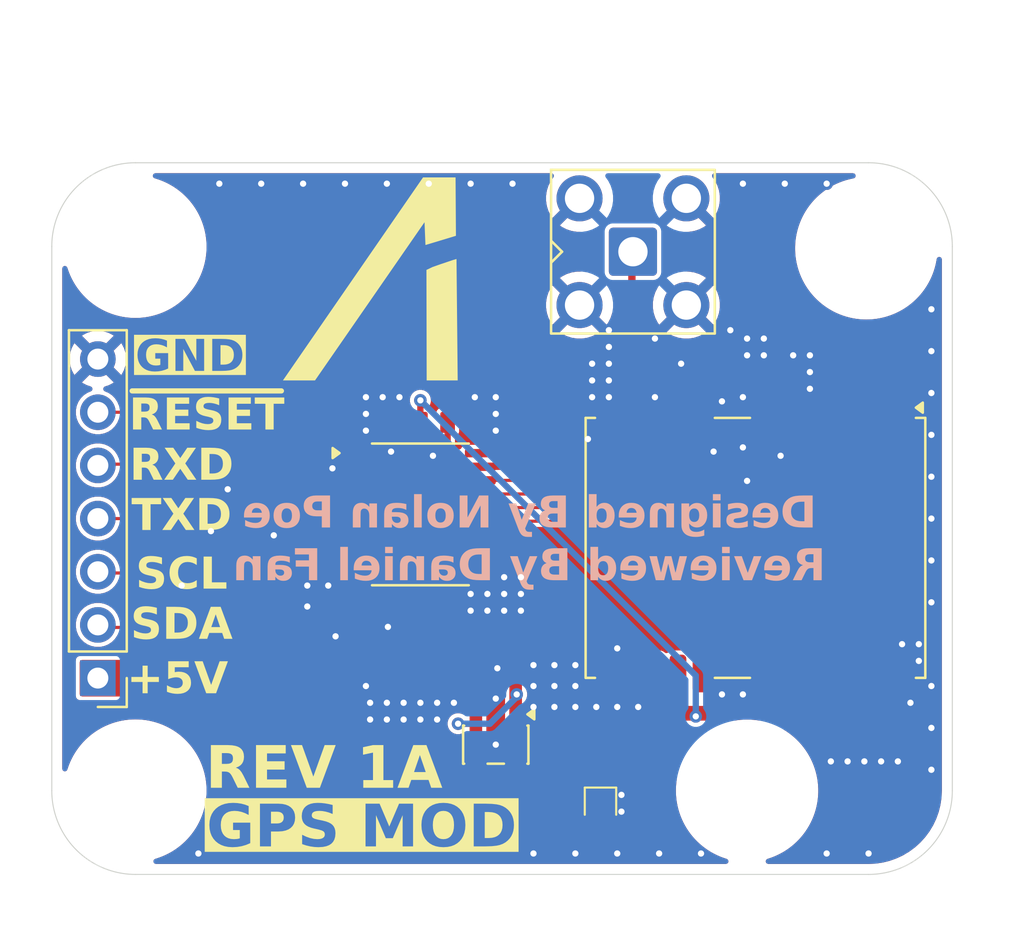
<source format=kicad_pcb>
(kicad_pcb (version 20241229) (generator "pcbnew") (generator_version "9.0")
  (title_block (title "GPS Module") (date "2026-01-18") (rev "1A") (company "Aggie Propulsion and Rocketry Lab") (comment 1 "Drawn by: Nolan Poe") (comment 2 "Checked by: Daniel Fan"))
  (layers (0 "F.Cu" signal) (4 "In1.Cu" signal) (6 "In2.Cu" signal) (2 "B.Cu" signal) (13 "F.Paste" user) (15 "B.Paste" user) (5 "F.SilkS" user "F.Silkscreen") (7 "B.SilkS" user "B.Silkscreen") (1 "F.Mask" user) (3 "B.Mask" user) (25 "Edge.Cuts" user))
  (net 0 "")
  (net 1 "Net-(U3-VDD_RF)")
  (net 2 "GND")
  (net 3 "+2.8V")
  (net 4 "+3.3V")
  (net 5 "+5V")
  (net 6 "Net-(D1-A)")
  (net 7 "Net-(J1-In)")
  (net 8 "Net-(J2-Pin_5)")
  (net 9 "Net-(J2-Pin_6)")
  (net 10 "Net-(J2-Pin_3)")
  (net 11 "Net-(J2-Pin_4)")
  (net 12 "Net-(J2-Pin_2)")
  (net 30 "/~{RESET}")
  (net 31 "/RXD")
  (net 32 "/I2C_SDA")
  (net 33 "/TXD")
  (net 34 "/I2C_SCL")
  (net 35 "Net-(J2-Pin_1)")
  (footprint "APRLPrints:C_0805" (layer "F.Cu") (at 138.4 115.6 -90)
    (property "Reference" "C14" (hide yes))
    (property "Value" "22uF")
    (pad "1" smd roundrect (at -0.9 0 270) (size 0.9 1.4) (layers "F.Cu" "F.Mask" "F.Paste") (roundrect_rratio 0.15) (net 5 "+5V"))
    (pad "2" smd roundrect (at 0.9 0 270) (size 0.9 1.4) (layers "F.Cu" "F.Mask" "F.Paste") (roundrect_rratio 0.15) (net 2 "GND"))
  )
  (footprint "APRLPrints:C_0805" (layer "F.Cu") (at 148.2 119.4 90)
    (property "Reference" "C12" (hide yes))
    (property "Value" "22uF")
    (pad "1" smd roundrect (at -0.9 0 90) (size 0.9 1.4) (layers "F.Cu" "F.Mask" "F.Paste") (roundrect_rratio 0.15) (net 4 "+3.3V"))
    (pad "2" smd roundrect (at 0.9 0 90) (size 0.9 1.4) (layers "F.Cu" "F.Mask" "F.Paste") (roundrect_rratio 0.15) (net 2 "GND"))
  )
  (footprint "Package_TO_SOT_SMD:SOT-23-5" (layer "F.Cu") (at 141.4 119.4 -90)
    (property "Reference" "U101" (hide yes))
    (property "Value" "AP2112K-3.3")
    (fp_line (start -0.91 1.56) (end -0.91 1.51) (stroke (width 0.12)) (layer "F.SilkS"))
    (fp_line (start 0.91 1.56) (end -0.91 1.56) (stroke (width 0.12)) (layer "F.SilkS"))
    (fp_line (start 0.91 1.51) (end 0.91 1.56) (stroke (width 0.12)) (layer "F.SilkS"))
    (fp_line (start 0.91 -0.39) (end 0.91 0.39) (stroke (width 0.12)) (layer "F.SilkS"))
    (fp_line (start -0.91 -1.51) (end -0.91 -1.56) (stroke (width 0.12)) (layer "F.SilkS"))
    (fp_line (start -0.91 -1.56) (end 0.91 -1.56) (stroke (width 0.12)) (layer "F.SilkS"))
    (fp_line (start 0.91 -1.56) (end 0.91 -1.51) (stroke (width 0.12)) (layer "F.SilkS"))
    (fp_poly (pts (xy -1.45 -1.51) (xy -1.69 -1.84) (xy -1.21 -1.84)) (stroke (width 0.12)) (fill yes) (layer "F.SilkS"))
    (pad "1" smd roundrect (at -1.1375 -0.95 270) (size 1.325 0.6) (layers "F.Cu" "F.Mask" "F.Paste") (net 5 "+5V"))
    (pad "2" smd roundrect (at -1.1375 0 270) (size 1.325 0.6) (layers "F.Cu" "F.Mask" "F.Paste") (net 2 "GND"))
    (pad "3" smd roundrect (at -1.1375 0.95 270) (size 1.325 0.6) (layers "F.Cu" "F.Mask" "F.Paste") (net 5 "+5V"))
    (pad "4" smd roundrect (at 1.1375 0.95 270) (size 1.325 0.6) (layers "F.Cu" "F.Mask" "F.Paste"))
    (pad "5" smd roundrect (at 1.1375 -0.95 270) (size 1.325 0.6) (layers "F.Cu" "F.Mask" "F.Paste") (net 4 "+3.3V"))
  )
  (footprint "MountingHole:MountingHole_3.2mm_M3" (layer "F.Cu") (at 124.2 121.6)
    (property "Reference" "H3" (hide yes))
    (property "Value" "MountingHole")
    (pad "" np_thru_hole circle (at 0 0) (size 3.2 3.2) (drill 3.2) (layers "*.Cu" "*.Mask"))
  )
  (footprint "APRLPrints:C_0603" (layer "F.Cu") (at 137.1 104 180)
    (property "Reference" "C16" (hide yes))
    (property "Value" "100nF")
    (pad "1" smd roundrect (at -0.7 0 180) (size 0.7 1) (layers "F.Cu" "F.Mask" "F.Paste") (roundrect_rratio 0.15) (net 4 "+3.3V"))
    (pad "2" smd roundrect (at 0.7 0 180) (size 0.7 1) (layers "F.Cu" "F.Mask" "F.Paste") (roundrect_rratio 0.15) (net 2 "GND"))
  )
  (footprint "libgps:SMA_BAT_Wireless_BWSMA-KWE-Z001" (layer "F.Cu") (at 147.95 95.85)
    (property "Reference" "J1" (hide yes))
    (property "Value" "SMA")
    (fp_line (start -3.885 0.5) (end -3.385 0) (stroke (width 0.12)) (layer "F.SilkS"))
    (fp_line (start -3.385 0) (end -3.885 -0.5) (stroke (width 0.12)) (layer "F.SilkS"))
    (fp_rect (start -3.91 -3.91) (end 3.91 3.91) (stroke (width 0.12)) (fill no) (layer "F.SilkS"))
    (pad "1" thru_hole roundrect (at 0 0) (size 2.3 2.3) (drill 1.4) (layers "*.Cu" "*.Mask") (roundrect_rratio 0.087) (net 7 "Net-(J1-In)"))
    (pad "2" thru_hole circle (at -2.55 -2.55) (size 2.2 2.2) (drill 1.4) (layers "*.Cu" "*.Mask") (net 2 "GND"))
    (pad "2" thru_hole circle (at -2.55 2.55) (size 2.2 2.2) (drill 1.4) (layers "*.Cu" "*.Mask") (net 2 "GND"))
    (pad "2" thru_hole circle (at 2.55 -2.55) (size 2.2 2.2) (drill 1.4) (layers "*.Cu" "*.Mask") (net 2 "GND"))
    (pad "2" thru_hole circle (at 2.55 2.55) (size 2.2 2.2) (drill 1.4) (layers "*.Cu" "*.Mask") (net 2 "GND"))
  )
  (footprint "APRLPrints:C_0805" (layer "F.Cu") (at 144.15 119.4 90)
    (property "Reference" "C10" (hide yes))
    (property "Value" "22uF")
    (pad "1" smd roundrect (at -0.9 0 90) (size 0.9 1.4) (layers "F.Cu" "F.Mask" "F.Paste") (roundrect_rratio 0.15) (net 4 "+3.3V"))
    (pad "2" smd roundrect (at 0.9 0 90) (size 0.9 1.4) (layers "F.Cu" "F.Mask" "F.Paste") (roundrect_rratio 0.15) (net 2 "GND"))
  )
  (footprint "APRLPrints:C_0603" (layer "F.Cu") (at 150.95 101.35 90)
    (property "Reference" "C1" (hide yes))
    (property "Value" "100pF")
    (pad "1" smd roundrect (at -0.7 0 90) (size 0.7 1) (layers "F.Cu" "F.Mask" "F.Paste") (roundrect_rratio 0.15) (net 1 "Net-(U3-VDD_RF)"))
    (pad "2" smd roundrect (at 0.7 0 90) (size 0.7 1) (layers "F.Cu" "F.Mask" "F.Paste") (roundrect_rratio 0.15) (net 2 "GND"))
  )
  (footprint "APRLPrints:C_0805" (layer "F.Cu") (at 146.15 119.4 90)
    (property "Reference" "C11" (hide yes))
    (property "Value" "22uF")
    (pad "1" smd roundrect (at -0.9 0 90) (size 0.9 1.4) (layers "F.Cu" "F.Mask" "F.Paste") (roundrect_rratio 0.15) (net 4 "+3.3V"))
    (pad "2" smd roundrect (at 0.9 0 90) (size 0.9 1.4) (layers "F.Cu" "F.Mask" "F.Paste") (roundrect_rratio 0.15) (net 2 "GND"))
  )
  (footprint "APRLPrints:Fuse_0805_2012Metric" (layer "F.Cu") (at 130.6 116.2 180)
    (property "Reference" "F1" (hide yes))
    (property "Value" "100mA hold")
    (pad "1" smd roundrect (at -1.1 0 180) (size 1 1.5) (layers "F.Cu" "F.Mask" "F.Paste") (net 5 "+5V"))
    (pad "2" smd roundrect (at 1.1 0 180) (size 1 1.5) (layers "F.Cu" "F.Mask" "F.Paste") (net 35 "Net-(J2-Pin_1)"))
  )
  (footprint "MountingHole:MountingHole_3.2mm_M3" (layer "F.Cu") (at 153.4 121.6)
    (property "Reference" "H4" (hide yes))
    (property "Value" "MountingHole")
    (pad "" np_thru_hole circle (at 0 0) (size 3.2 3.2) (drill 3.2) (layers "*.Cu" "*.Mask"))
  )
  (footprint "APRLPrints:C_0603" (layer "F.Cu") (at 152.35 101.35 90)
    (property "Reference" "C2" (hide yes))
    (property "Value" "100nF")
    (pad "1" smd roundrect (at -0.7 0 90) (size 0.7 1) (layers "F.Cu" "F.Mask" "F.Paste") (roundrect_rratio 0.15) (net 1 "Net-(U3-VDD_RF)"))
    (pad "2" smd roundrect (at 0.7 0 90) (size 0.7 1) (layers "F.Cu" "F.Mask" "F.Paste") (roundrect_rratio 0.15) (net 2 "GND"))
  )
  (footprint "libgps:LQW18AN68NG8Z" (layer "F.Cu") (at 148.735 101.2 180)
    (property "Reference" "L1" (hide yes))
    (property "Value" "68 nH")
    (pad "1" smd roundrect (at -0.715 0 180) (size 0.57 1.15) (layers "F.Cu" "F.Mask" "F.Paste") (roundrect_rratio 0.15) (net 1 "Net-(U3-VDD_RF)"))
    (pad "2" smd roundrect (at 0.715 0 180) (size 0.57 1.15) (layers "F.Cu" "F.Mask" "F.Paste") (roundrect_rratio 0.15) (net 7 "Net-(J1-In)"))
  )
  (footprint "MountingHole:MountingHole_3.2mm_M3" (layer "F.Cu") (at 159.1 95.7)
    (property "Reference" "H1" (hide yes))
    (property "Value" "MountingHole")
    (pad "" np_thru_hole circle (at 0 0) (size 3.2 3.2) (drill 3.2) (layers "*.Cu" "*.Mask"))
  )
  (footprint "APRLPrints:APRL_Logo_2Layer-v1" (layer "F.Cu") (at 137 97.9)
    (property "Reference" "REF**" (hide yes))
    (property "Value" "APRL_Logo_2Layer-v1")
    (fp_poly (pts (xy 2.480607 -5.6) (xy 2.498213 -2.81) (xy 1.742413 -2.58) (xy 1.041946 -2.37) (xy 0.998583 -3.458593) (xy -4.230864 4.1) (xy -5.763828 4.1) (xy 0.927427 -5.6)) (fill yes) (layer "F.SilkS"))
    (fp_poly (pts (xy 2.525419 -1.702056) (xy 2.582124 4.1) (xy 1.100801 4.1) (xy 1.089614 -1.18) (xy 1.382011 -1.319083) (xy 1.743591 -1.447049) (xy 2.358073 -1.653142) (xy 2.519801 -1.7)) (fill yes) (layer "F.SilkS"))
  )
  (footprint "APRLPrints:LED_0603" (layer "F.Cu") (at 146.4 122.75 -90)
    (property "Reference" "D1" (hide yes))
    (property "Value" "LED_Small")
    (fp_line (start -1.3 0.75) (end 0 0.75) (stroke (width 0.1)) (layer "F.SilkS"))
    (fp_line (start -1.3 0.75) (end -1.3 -0.75) (stroke (width 0.1)) (layer "F.SilkS"))
    (fp_line (start -1.3 -0.75) (end 0 -0.75) (stroke (width 0.1)) (layer "F.SilkS"))
    (pad "1" smd roundrect (at -0.7 0 270) (size 0.7 1) (layers "F.Cu" "F.Mask" "F.Paste") (roundrect_rratio 0.15) (net 2 "GND"))
    (pad "2" smd roundrect (at 0.7 0 270) (size 0.7 1) (layers "F.Cu" "F.Mask" "F.Paste") (roundrect_rratio 0.15) (net 6 "Net-(D1-A)"))
  )
  (footprint "APRLPrints:C_0603" (layer "F.Cu") (at 154.8 102)
    (property "Reference" "C3" (hide yes))
    (property "Value" "100nF")
    (pad "1" smd roundrect (at -0.7 0) (size 0.7 1) (layers "F.Cu" "F.Mask" "F.Paste") (roundrect_rratio 0.15) (net 3 "+2.8V"))
    (pad "2" smd roundrect (at 0.7 0) (size 0.7 1) (layers "F.Cu" "F.Mask" "F.Paste") (roundrect_rratio 0.15) (net 2 "GND"))
  )
  (footprint "APRLPrints:C_0603" (layer "F.Cu") (at 139.8 104)
    (property "Reference" "C17" (hide yes))
    (property "Value" "100nF")
    (pad "1" smd roundrect (at -0.7 0) (size 0.7 1) (layers "F.Cu" "F.Mask" "F.Paste") (roundrect_rratio 0.15) (net 3 "+2.8V"))
    (pad "2" smd roundrect (at 0.7 0) (size 0.7 1) (layers "F.Cu" "F.Mask" "F.Paste") (roundrect_rratio 0.15) (net 2 "GND"))
  )
  (footprint "APRLPrints:C_0603" (layer "F.Cu") (at 158.8 118.6 -90)
    (property "Reference" "C5" (hide yes))
    (property "Value" "33pF")
    (pad "1" smd roundrect (at -0.7 0 270) (size 0.7 1) (layers "F.Cu" "F.Mask" "F.Paste") (roundrect_rratio 0.15) (net 4 "+3.3V"))
    (pad "2" smd roundrect (at 0.7 0 270) (size 0.7 1) (layers "F.Cu" "F.Mask" "F.Paste") (roundrect_rratio 0.15) (net 2 "GND"))
  )
  (footprint "APRLPrints:C_0603" (layer "F.Cu") (at 157.4 118.6 -90)
    (property "Reference" "C4" (hide yes))
    (property "Value" "100nF")
    (pad "1" smd roundrect (at -0.7 0 270) (size 0.7 1) (layers "F.Cu" "F.Mask" "F.Paste") (roundrect_rratio 0.15) (net 4 "+3.3V"))
    (pad "2" smd roundrect (at 0.7 0 270) (size 0.7 1) (layers "F.Cu" "F.Mask" "F.Paste") (roundrect_rratio 0.15) (net 2 "GND"))
  )
  (footprint "Connector_PinHeader_2.54mm:PinHeader_1x07_P2.54mm_Vertical" (layer "F.Cu") (at 122.4 116.22 180)
    (property "Reference" "J2" (hide yes))
    (property "Value" "Conn_01x07")
    (fp_line (start 1.38 1.27) (end 1.38 16.62) (stroke (width 0.12)) (layer "F.SilkS"))
    (fp_line (start -1.38 16.62) (end 1.38 16.62) (stroke (width 0.12)) (layer "F.SilkS"))
    (fp_line (start -1.38 1.27) (end 1.38 1.27) (stroke (width 0.12)) (layer "F.SilkS"))
    (fp_line (start -1.38 1.27) (end -1.38 16.62) (stroke (width 0.12)) (layer "F.SilkS"))
    (fp_line (start -1.38 0) (end -1.38 -1.38) (stroke (width 0.12)) (layer "F.SilkS"))
    (fp_line (start -1.38 -1.38) (end 0 -1.38) (stroke (width 0.12)) (layer "F.SilkS"))
    (pad "1" thru_hole rect (at 0 0 180) (size 1.7 1.7) (drill 1) (layers "*.Cu" "*.Mask") (net 35 "Net-(J2-Pin_1)"))
    (pad "2" thru_hole circle (at 0 2.54 180) (size 1.7 1.7) (drill 1) (layers "*.Cu" "*.Mask") (net 12 "Net-(J2-Pin_2)"))
    (pad "3" thru_hole circle (at 0 5.08 180) (size 1.7 1.7) (drill 1) (layers "*.Cu" "*.Mask") (net 10 "Net-(J2-Pin_3)"))
    (pad "4" thru_hole circle (at 0 7.62 180) (size 1.7 1.7) (drill 1) (layers "*.Cu" "*.Mask") (net 11 "Net-(J2-Pin_4)"))
    (pad "5" thru_hole circle (at 0 10.16 180) (size 1.7 1.7) (drill 1) (layers "*.Cu" "*.Mask") (net 8 "Net-(J2-Pin_5)"))
    (pad "6" thru_hole circle (at 0 12.7 180) (size 1.7 1.7) (drill 1) (layers "*.Cu" "*.Mask") (net 9 "Net-(J2-Pin_6)"))
    (pad "7" thru_hole circle (at 0 15.24 180) (size 1.7 1.7) (drill 1) (layers "*.Cu" "*.Mask") (net 2 "GND"))
  )
  (footprint "APRLPrints:C_0603" (layer "F.Cu") (at 160.2 118.6 -90)
    (property "Reference" "C9" (hide yes))
    (property "Value" "33pF")
    (pad "1" smd roundrect (at -0.7 0 270) (size 0.7 1) (layers "F.Cu" "F.Mask" "F.Paste") (roundrect_rratio 0.15) (net 4 "+3.3V"))
    (pad "2" smd roundrect (at 0.7 0 270) (size 0.7 1) (layers "F.Cu" "F.Mask" "F.Paste") (roundrect_rratio 0.15) (net 2 "GND"))
  )
  (footprint "APRLPrints:C_0805" (layer "F.Cu") (at 136.4 115.6 -90)
    (property "Reference" "C15" (hide yes))
    (property "Value" "22uF")
    (pad "1" smd roundrect (at -0.9 0 270) (size 0.9 1.4) (layers "F.Cu" "F.Mask" "F.Paste") (roundrect_rratio 0.15) (net 5 "+5V"))
    (pad "2" smd roundrect (at 0.9 0 270) (size 0.9 1.4) (layers "F.Cu" "F.Mask" "F.Paste") (roundrect_rratio 0.15) (net 2 "GND"))
  )
  (footprint "APRLPrints:R_0603" (layer "F.Cu") (at 144.4 122.7 -90)
    (property "Reference" "R3" (hide yes))
    (property "Value" "10k")
    (pad "1" smd roundrect (at -0.7 0 270) (size 0.7 1) (layers "F.Cu" "F.Mask" "F.Paste") (roundrect_rratio 0.15) (net 4 "+3.3V"))
    (pad "2" smd roundrect (at 0.7 0 270) (size 0.7 1) (layers "F.Cu" "F.Mask" "F.Paste") (roundrect_rratio 0.15) (net 6 "Net-(D1-A)"))
  )
  (footprint "APRLPrints:R_0603" (layer "F.Cu") (at 134 112.8 180)
    (property "Reference" "R1" (hide yes))
    (property "Value" "10k")
    (pad "1" smd roundrect (at -0.7 0 180) (size 0.7 1) (layers "F.Cu" "F.Mask" "F.Paste") (roundrect_rratio 0.15) (net 5 "+5V"))
    (pad "2" smd roundrect (at 0.7 0 180) (size 0.7 1) (layers "F.Cu" "F.Mask" "F.Paste") (roundrect_rratio 0.15) (net 2 "GND"))
  )
  (footprint "Package_SO:TSSOP-20_4.4x6.5mm_P0.65mm" (layer "F.Cu") (at 137.8 108.4)
    (property "Reference" "U1" (hide yes))
    (property "Value" "TXS0108EPW")
    (fp_line (start -2.31 -3.385) (end 2.31 -3.385) (stroke (width 0.12)) (layer "F.SilkS"))
    (fp_line (start 2.31 3.385) (end -2.31 3.385) (stroke (width 0.12)) (layer "F.SilkS"))
    (fp_poly (pts (xy -3.86 -2.93) (xy -4.19 -2.69) (xy -4.19 -3.17)) (stroke (width 0.12)) (fill yes) (layer "F.SilkS"))
    (pad "1" smd roundrect (at -2.8625 -2.925) (size 1.475 0.4) (layers "F.Cu" "F.Mask" "F.Paste") (net 9 "Net-(J2-Pin_6)"))
    (pad "2" smd roundrect (at -2.8625 -2.275) (size 1.475 0.4) (layers "F.Cu" "F.Mask" "F.Paste") (net 4 "+3.3V"))
    (pad "3" smd roundrect (at -2.8625 -1.625) (size 1.475 0.4) (layers "F.Cu" "F.Mask" "F.Paste") (net 8 "Net-(J2-Pin_5)"))
    (pad "4" smd roundrect (at -2.8625 -0.975) (size 1.475 0.4) (layers "F.Cu" "F.Mask" "F.Paste") (net 11 "Net-(J2-Pin_4)"))
    (pad "5" smd roundrect (at -2.8625 -0.325) (size 1.475 0.4) (layers "F.Cu" "F.Mask" "F.Paste") (net 10 "Net-(J2-Pin_3)"))
    (pad "6" smd roundrect (at -2.8625 0.325) (size 1.475 0.4) (layers "F.Cu" "F.Mask" "F.Paste") (net 12 "Net-(J2-Pin_2)"))
    (pad "7" smd roundrect (at -2.8625 0.975) (size 1.475 0.4) (layers "F.Cu" "F.Mask" "F.Paste"))
    (pad "8" smd roundrect (at -2.8625 1.625) (size 1.475 0.4) (layers "F.Cu" "F.Mask" "F.Paste"))
    (pad "9" smd roundrect (at -2.8625 2.275) (size 1.475 0.4) (layers "F.Cu" "F.Mask" "F.Paste"))
    (pad "10" smd roundrect (at -2.8625 2.925) (size 1.475 0.4) (layers "F.Cu" "F.Mask" "F.Paste") (net 5 "+5V"))
    (pad "11" smd roundrect (at 2.8625 2.925) (size 1.475 0.4) (layers "F.Cu" "F.Mask" "F.Paste") (net 2 "GND"))
    (pad "12" smd roundrect (at 2.8625 2.275) (size 1.475 0.4) (layers "F.Cu" "F.Mask" "F.Paste"))
    (pad "13" smd roundrect (at 2.8625 1.625) (size 1.475 0.4) (layers "F.Cu" "F.Mask" "F.Paste"))
    (pad "14" smd roundrect (at 2.8625 0.975) (size 1.475 0.4) (layers "F.Cu" "F.Mask" "F.Paste"))
    (pad "15" smd roundrect (at 2.8625 0.325) (size 1.475 0.4) (layers "F.Cu" "F.Mask" "F.Paste") (net 32 "/I2C_SDA"))
    (pad "16" smd roundrect (at 2.8625 -0.325) (size 1.475 0.4) (layers "F.Cu" "F.Mask" "F.Paste") (net 34 "/I2C_SCL"))
    (pad "17" smd roundrect (at 2.8625 -0.975) (size 1.475 0.4) (layers "F.Cu" "F.Mask" "F.Paste") (net 33 "/TXD"))
    (pad "18" smd roundrect (at 2.8625 -1.625) (size 1.475 0.4) (layers "F.Cu" "F.Mask" "F.Paste") (net 31 "/RXD"))
    (pad "19" smd roundrect (at 2.8625 -2.275) (size 1.475 0.4) (layers "F.Cu" "F.Mask" "F.Paste") (net 3 "+2.8V"))
    (pad "20" smd roundrect (at 2.8625 -2.925) (size 1.475 0.4) (layers "F.Cu" "F.Mask" "F.Paste") (net 30 "/~{RESET}"))
  )
  (footprint "libgps:ublox_NEO" (layer "F.Cu") (at 153.8 110 -90)
    (property "Reference" "U3" (hide yes))
    (property "Value" "LC29H")
    (fp_line (start -6.21 8.11) (end 6.21 8.11) (stroke (width 0.12)) (layer "F.SilkS"))
    (fp_line (start -6.21 7.66) (end -6.21 8.11) (stroke (width 0.12)) (layer "F.SilkS"))
    (fp_line (start 6.21 7.66) (end 6.21 8.1) (stroke (width 0.12)) (layer "F.SilkS"))
    (fp_line (start -6.21 0.26) (end -6.21 1.94) (stroke (width 0.12)) (layer "F.SilkS"))
    (fp_line (start 6.21 0.26) (end 6.21 1.94) (stroke (width 0.12)) (layer "F.SilkS"))
    (fp_line (start -6.21 -8.11) (end -6.21 -7.66) (stroke (width 0.12)) (layer "F.SilkS"))
    (fp_line (start -6.21 -8.11) (end 6.21 -8.11) (stroke (width 0.12)) (layer "F.SilkS"))
    (fp_line (start 6.21 -8.11) (end 6.21 -7.66) (stroke (width 0.12)) (layer "F.SilkS"))
    (fp_poly (pts (xy -6.7 -7.66) (xy -6.94 -7.99) (xy -6.46 -7.99) (xy -6.7 -7.66)) (stroke (width 0.12)) (fill yes) (layer "F.SilkS"))
    (pad "1" smd roundrect (at -6 -7 270) (size 1.8 0.8) (layers "F.Cu" "F.Mask" "F.Paste"))
    (pad "2" smd roundrect (at -6 -5.9 270) (size 1.8 0.8) (layers "F.Cu" "F.Mask" "F.Paste"))
    (pad "3" smd roundrect (at -6 -4.8 270) (size 1.8 0.8) (layers "F.Cu" "F.Mask" "F.Paste"))
    (pad "4" smd roundrect (at -6 -3.7 270) (size 1.8 0.8) (layers "F.Cu" "F.Mask" "F.Paste"))
    (pad "5" smd roundrect (at -6 -2.6 270) (size 1.8 0.8) (layers "F.Cu" "F.Mask" "F.Paste"))
    (pad "6" smd roundrect (at -6 -1.5 270) (size 1.8 0.8) (layers "F.Cu" "F.Mask" "F.Paste"))
    (pad "7" smd roundrect (at -6 -0.4 270) (size 1.8 0.8) (layers "F.Cu" "F.Mask" "F.Paste") (net 3 "+2.8V"))
    (pad "8" smd roundrect (at -6 2.6 270) (size 1.8 0.8) (layers "F.Cu" "F.Mask" "F.Paste") (net 30 "/~{RESET}"))
    (pad "9" smd roundrect (at -6 3.7 270) (size 1.8 0.8) (layers "F.Cu" "F.Mask" "F.Paste") (net 1 "Net-(U3-VDD_RF)"))
    (pad "10" smd roundrect (at -6 4.8 270) (size 1.8 0.8) (layers "F.Cu" "F.Mask" "F.Paste") (net 2 "GND"))
    (pad "11" smd roundrect (at -6 5.9 270) (size 1.8 0.8) (layers "F.Cu" "F.Mask" "F.Paste") (net 7 "Net-(J1-In)"))
    (pad "12" smd roundrect (at -6 7 270) (size 1.8 0.8) (layers "F.Cu" "F.Mask" "F.Paste") (net 2 "GND"))
    (pad "13" smd roundrect (at 6 7 270) (size 1.8 0.8) (layers "F.Cu" "F.Mask" "F.Paste") (net 2 "GND"))
    (pad "14" smd roundrect (at 6 5.9 270) (size 1.8 0.8) (layers "F.Cu" "F.Mask" "F.Paste"))
    (pad "15" smd roundrect (at 6 4.8 270) (size 1.8 0.8) (layers "F.Cu" "F.Mask" "F.Paste"))
    (pad "16" smd roundrect (at 6 3.7 270) (size 1.8 0.8) (layers "F.Cu" "F.Mask" "F.Paste"))
    (pad "17" smd roundrect (at 6 2.6 270) (size 1.8 0.8) (layers "F.Cu" "F.Mask" "F.Paste"))
    (pad "18" smd roundrect (at 6 -0.4 270) (size 1.8 0.8) (layers "F.Cu" "F.Mask" "F.Paste") (net 32 "/I2C_SDA"))
    (pad "19" smd roundrect (at 6 -1.5 270) (size 1.8 0.8) (layers "F.Cu" "F.Mask" "F.Paste") (net 34 "/I2C_SCL"))
    (pad "20" smd roundrect (at 6 -2.6 270) (size 1.8 0.8) (layers "F.Cu" "F.Mask" "F.Paste") (net 33 "/TXD"))
    (pad "21" smd roundrect (at 6 -3.7 270) (size 1.8 0.8) (layers "F.Cu" "F.Mask" "F.Paste") (net 31 "/RXD"))
    (pad "22" smd roundrect (at 6 -4.8 270) (size 1.8 0.8) (layers "F.Cu" "F.Mask" "F.Paste") (net 4 "+3.3V"))
    (pad "23" smd roundrect (at 6 -5.9 270) (size 1.8 0.8) (layers "F.Cu" "F.Mask" "F.Paste") (net 4 "+3.3V"))
    (pad "24" smd roundrect (at 6 -7 270) (size 1.8 0.8) (layers "F.Cu" "F.Mask" "F.Paste") (net 2 "GND"))
  )
  (footprint "APRLPrints:C_0805" (layer "F.Cu") (at 140.55 115.6 -90)
    (property "Reference" "C13" (hide yes))
    (property "Value" "22uF")
    (pad "1" smd roundrect (at -0.9 0 270) (size 0.9 1.4) (layers "F.Cu" "F.Mask" "F.Paste") (roundrect_rratio 0.15) (net 5 "+5V"))
    (pad "2" smd roundrect (at 0.9 0 270) (size 0.9 1.4) (layers "F.Cu" "F.Mask" "F.Paste") (roundrect_rratio 0.15) (net 2 "GND"))
  )
  (footprint "MountingHole:MountingHole_3.2mm_M3" (layer "F.Cu") (at 124.2 95.6)
    (property "Reference" "H2" (hide yes))
    (property "Value" "MountingHole")
    (pad "" np_thru_hole circle (at 0 0) (size 3.2 3.2) (drill 3.2) (layers "*.Cu" "*.Mask"))
  )
  (gr_line (start 163.2 121.6) (end 163.2 95.6) (stroke (width 0.05)) (layer "Edge.Cuts"))
  (gr_line (start 120.2 95.6) (end 120.2 121.6) (stroke (width 0.05)) (layer "Edge.Cuts"))
  (gr_arc (start 120.2 95.6) (mid 121.371573 92.771573) (end 124.2 91.6) (stroke (width 0.05)) (layer "Edge.Cuts"))
  (gr_arc (start 124.2 125.6) (mid 121.371573 124.428427) (end 120.2 121.6) (stroke (width 0.05)) (layer "Edge.Cuts"))
  (gr_line (start 124.2 125.6) (end 159.2 125.6) (stroke (width 0.05)) (layer "Edge.Cuts"))
  (gr_line (start 159.2 91.6) (end 124.2 91.6) (stroke (width 0.05)) (layer "Edge.Cuts"))
  (gr_arc (start 163.2 121.6) (mid 162.028427 124.428427) (end 159.2 125.6) (stroke (width 0.05)) (layer "Edge.Cuts"))
  (gr_arc (start 159.2 91.6) (mid 162.028427 92.771573) (end 163.2 95.6) (stroke (width 0.05)) (layer "Edge.Cuts"))
  (gr_text "GND" (at 126.8 101.8 0) (layer "F.SilkS" knockout) (effects (font (size 1.5 1.5) (thickness 0.25) (bold yes)) (justify bottom)))
  (gr_text "+5V" (at 126.2 117.2 0) (layer "F.SilkS") (effects (font (size 1.5 1.5) (thickness 0.25) (bold yes)) (justify bottom)))
  (gr_text "RXD" (at 126.4 107 0) (layer "F.SilkS") (effects (font (size 1.5 1.5) (thickness 0.25) (bold yes)) (justify bottom)))
  (gr_text "~{RESET}" (at 127.6 104.6 0) (layer "F.SilkS") (effects (font (size 1.5 1.5) (thickness 0.25) (bold yes)) (justify bottom)))
  (gr_text "TXD" (at 126.4 109.4 0) (layer "F.SilkS") (effects (font (size 1.5 1.5) (thickness 0.25) (bold yes)) (justify bottom)))
  (gr_text "SDA" (at 126.4 114.6 0) (layer "F.SilkS") (effects (font (size 1.5 1.5) (thickness 0.25) (bold yes)) (justify bottom)))
  (gr_text "GPS MOD\n" (at 135 124.6 0) (layer "F.SilkS" knockout) (effects (font (size 2 2) (thickness 0.4) (bold yes)) (justify bottom)))
  (gr_text "REV 1A" (at 133.2 121.8 0) (layer "F.SilkS") (effects (font (size 2 2) (thickness 0.4) (bold yes)) (justify bottom)))
  (gr_text "SCL" (at 126.4 112.2 0) (layer "F.SilkS") (effects (font (size 1.5 1.5) (thickness 0.25) (bold yes)) (justify bottom)))
  (gr_text "Designed By Nolan Poe\nReviewed By Daniel Fan" (at 143 111.8 -0) (layer "B.SilkS") (effects (font (size 1.5 1.5) (thickness 0.375) (bold yes)) (justify bottom mirror)))
  (via (at 137.8 118.2) (size 0.6) (drill 0.3) (layers "F.Cu" "B.Cu") (net 2))
  (via (at 157.4 120.2) (size 0.6) (drill 0.3) (layers "F.Cu" "B.Cu") (net 2))
  (via (at 128.6 107.2) (size 0.6) (drill 0.3) (layers "F.Cu" "B.Cu") (net 2))
  (via (at 141.8 112.2) (size 0.6) (drill 0.3) (layers "F.Cu" "B.Cu") (net 2))
  (via (at 130.8 109.4) (size 0.6) (drill 0.3) (layers "F.Cu" "B.Cu") (net 2))
  (via (at 162.2 110.6) (size 0.6) (drill 0.3) (layers "F.Cu" "B.Cu") (net 2))
  (via (at 157.2 92.6) (size 0.6) (drill 0.3) (layers "F.Cu" "B.Cu") (net 2))
  (via (at 143.2 124.6) (size 0.6) (drill 0.3) (layers "F.Cu" "B.Cu") (net 2))
  (via (at 150.25 101.2) (size 0.6) (drill 0.3) (layers "F.Cu" "B.Cu") (net 2))
  (via (at 128.2 92.6) (size 0.6) (drill 0.3) (layers "F.Cu" "B.Cu") (net 2))
  (via (at 145.2 124.6) (size 0.6) (drill 0.3) (layers "F.Cu" "B.Cu") (net 2))
  (via (at 143.2 115.6) (size 0.6) (drill 0.3) (layers "F.Cu" "B.Cu") (net 2))
  (via (at 147.2 114.8) (size 0.6) (drill 0.3) (layers "F.Cu" "B.Cu") (net 2))
  (via (at 147.4 122.6) (size 0.6) (drill 0.3) (layers "F.Cu" "B.Cu") (net 2))
  (via (at 146.8 101.2) (size 0.6) (drill 0.3) (layers "F.Cu" "B.Cu") (net 2))
  (via (at 162.2 106.6) (size 0.6) (drill 0.3) (layers "F.Cu" "B.Cu") (net 2))
  (via (at 153.2 117) (size 0.6) (drill 0.3) (layers "F.Cu" "B.Cu") (net 2))
  (via (at 136.4 105.4) (size 0.6) (drill 0.3) (layers "F.Cu" "B.Cu") (net 2))
  (via (at 149 100) (size 0.6) (drill 0.3) (layers "F.Cu" "B.Cu") (net 2))
  (via (at 136.2 117.4) (size 0.6) (drill 0.3) (layers "F.Cu" "B.Cu") (net 2))
  (via (at 142.6 112.2) (size 0.6) (drill 0.3) (layers "F.Cu" "B.Cu") (net 2))
  (via (at 133.4 111.8) (size 0.6) (drill 0.3) (layers "F.Cu" "B.Cu") (net 2))
  (via (at 151.8 105.4) (size 0.6) (drill 0.3) (layers "F.Cu" "B.Cu") (net 2))
  (via (at 156.4 102.4) (size 0.6) (drill 0.3) (layers "F.Cu" "B.Cu") (net 2))
  (via (at 141.475 115.75) (size 0.6) (drill 0.3) (layers "F.Cu" "B.Cu") (net 2))
  (via (at 144.2 117.6) (size 0.6) (drill 0.3) (layers "F.Cu" "B.Cu") (net 2))
  (via (at 141.4 119.4) (size 0.6) (drill 0.3) (layers "F.Cu" "B.Cu") (net 2))
  (via (at 152.2 103) (size 0.6) (drill 0.3) (layers "F.Cu" "B.Cu") (net 2))
  (via (at 162.2 104.6) (size 0.6) (drill 0.3) (layers "F.Cu" "B.Cu") (net 2))
  (via (at 133.75 114.225) (size 0.6) (drill 0.3) (layers "F.Cu" "B.Cu") (net 2))
  (via (at 143.2 116.6) (size 0.6) (drill 0.3) (layers "F.Cu" "B.Cu") (net 2))
  (via (at 153.4 106.8) (size 0.6) (drill 0.3) (layers "F.Cu" "B.Cu") (net 2))
  (via (at 151.2 124.6) (size 0.6) (drill 0.3) (layers "F.Cu" "B.Cu") (net 2))
  (via (at 148.2 117.6) (size 0.6) (drill 0.3) (layers "F.Cu" "B.Cu") (net 2))
  (via (at 141 113) (size 0.6) (drill 0.3) (layers "F.Cu" "B.Cu") (net 2))
  (via (at 141.4 104.4) (size 0.6) (drill 0.3) (layers "F.Cu" "B.Cu") (net 2))
  (via (at 141.4 102.8) (size 0.6) (drill 0.3) (layers "F.Cu" "B.Cu") (net 2))
  (via (at 159.2 124.6) (size 0.6) (drill 0.3) (layers "F.Cu" "B.Cu") (net 2))
  (via (at 141.8 111.4) (size 0.6) (drill 0.3) (layers "F.Cu" "B.Cu") (net 2))
  (via (at 142.6 111.4) (size 0.6) (drill 0.3) (layers "F.Cu" "B.Cu") (net 2))
  (via (at 146.8 102) (size 0.6) (drill 0.3) (layers "F.Cu" "B.Cu") (net 2))
  (via (at 153.2 102.8) (size 0.6) (drill 0.3) (layers "F.Cu" "B.Cu") (net 2))
  (via (at 141 112.2) (size 0.6) (drill 0.3) (layers "F.Cu" "B.Cu") (net 2))
  (via (at 149.2 124.6) (size 0.6) (drill 0.3) (layers "F.Cu" "B.Cu") (net 2))
  (via (at 146.8 102.8) (size 0.6) (drill 0.3) (layers "F.Cu" "B.Cu") (net 2))
  (via (at 154.2 100) (size 0.6) (drill 0.3) (layers "F.Cu" "B.Cu") (net 2))
  (via (at 145.8 104.8) (size 0.6) (drill 0.3) (layers "F.Cu" "B.Cu") (net 2))
  (via (at 146.2 117.6) (size 0.6) (drill 0.3) (layers "F.Cu" "B.Cu") (net 2))
  (via (at 145.2 117.6) (size 0.6) (drill 0.3) (layers "F.Cu" "B.Cu") (net 2))
  (via (at 147.2 117.6) (size 0.6) (drill 0.3) (layers "F.Cu" "B.Cu") (net 2))
  (via (at 140.2 113) (size 0.6) (drill 0.3) (layers "F.Cu" "B.Cu") (net 2))
  (via (at 141.4 103.6) (size 0.6) (drill 0.3) (layers "F.Cu" "B.Cu") (net 2))
  (via (at 162.2 108.6) (size 0.6) (drill 0.3) (layers "F.Cu" "B.Cu") (net 2))
  (via (at 136.25 113.775) (size 0.6) (drill 0.3) (layers "F.Cu" "B.Cu") (net 2))
  (via (at 161.6 115.4) (size 0.6) (drill 0.3) (layers "F.Cu" "B.Cu") (net 2))
  (via (at 146.8 99.6) (size 0.6) (drill 0.3) (layers "F.Cu" "B.Cu") (net 2))
  (via (at 142.2 92.6) (size 0.6) (drill 0.3) (layers "F.Cu" "B.Cu") (net 2))
  (via (at 157.2 124.6) (size 0.6) (drill 0.3) (layers "F.Cu" "B.Cu") (net 2))
  (via (at 136.2 118.2) (size 0.6) (drill 0.3) (layers "F.Cu" "B.Cu") (net 2))
  (via (at 147.2 124.6) (size 0.6) (drill 0.3) (layers "F.Cu" "B.Cu") (net 2))
  (via (at 147.4 121.8) (size 0.6) (drill 0.3) (layers "F.Cu" "B.Cu") (net 2))
  (via (at 132.4 111.8) (size 0.6) (drill 0.3) (layers "F.Cu" "B.Cu") (net 2))
  (via (at 149 102.8) (size 0.6) (drill 0.3) (layers "F.Cu" "B.Cu") (net 2))
  (via (at 132.2 92.6) (size 0.6) (drill 0.3) (layers "F.Cu" "B.Cu") (net 2))
  (via (at 160.6 120.2) (size 0.6) (drill 0.3) (layers "F.Cu" "B.Cu") (net 2))
  (via (at 152.2 117) (size 0.6) (drill 0.3) (layers "F.Cu" "B.Cu") (net 2))
  (via (at 160.8 114.6) (size 0.6) (drill 0.3) (layers "F.Cu" "B.Cu") (net 2))
  (via (at 139.4 117.4) (size 0.6) (drill 0.3) (layers "F.Cu" "B.Cu") (net 2))
  (via (at 136 102.8) (size 0.6) (drill 0.3) (layers "F.Cu" "B.Cu") (net 2))
  (via (at 134.2 92.6) (size 0.6) (drill 0.3) (layers "F.Cu" "B.Cu") (net 2))
  (via (at 138.6 117.4) (size 0.6) (drill 0.3) (layers "F.Cu" "B.Cu") (net 2))
  (via (at 162.2 116.6) (size 0.6) (drill 0.3) (layers "F.Cu" "B.Cu") (net 2))
  (via (at 145.2 116.6) (size 0.6) (drill 0.3) (layers "F.Cu" "B.Cu") (net 2))
  (via (at 155 105.6) (size 0.6) (drill 0.3) (layers "F.Cu" "B.Cu") (net 2))
  (via (at 135.4 117.4) (size 0.6) (drill 0.3) (layers "F.Cu" "B.Cu") (net 2))
  (via (at 135.2 103.6) (size 0.6) (drill 0.3) (layers "F.Cu" "B.Cu") (net 2))
  (via (at 154.2 100.8) (size 0.6) (drill 0.3) (layers "F.Cu" "B.Cu") (net 2))
  (via (at 130.2 92.6) (size 0.6) (drill 0.3) (layers "F.Cu" "B.Cu") (net 2))
  (via (at 137 117.4) (size 0.6) (drill 0.3) (layers "F.Cu" "B.Cu") (net 2))
  (via (at 135.2 116.6) (size 0.6) (drill 0.3) (layers "F.Cu" "B.Cu") (net 2))
  (via (at 158.2 120.2) (size 0.6) (drill 0.3) (layers "F.Cu" "B.Cu") (net 2))
  (via (at 136.2 92.6) (size 0.6) (drill 0.3) (layers "F.Cu" "B.Cu") (net 2))
  (via (at 153.4 100.8) (size 0.6) (drill 0.3) (layers "F.Cu" "B.Cu") (net 2))
  (via (at 137.8 117.4) (size 0.6) (drill 0.3) (layers "F.Cu" "B.Cu") (net 2))
  (via (at 136.8 102.8) (size 0.6) (drill 0.3) (layers "F.Cu" "B.Cu") (net 2))
  (via (at 159 120.2) (size 0.6) (drill 0.3) (layers "F.Cu" "B.Cu") (net 2))
  (via (at 143.2 117.6) (size 0.6) (drill 0.3) (layers "F.Cu" "B.Cu") (net 2))
  (via (at 127.2 124.6) (size 0.6) (drill 0.3) (layers "F.Cu" "B.Cu") (net 2))
  (via (at 159.8 120.2) (size 0.6) (drill 0.3) (layers "F.Cu" "B.Cu") (net 2))
  (via (at 153.2 105.2) (size 0.6) (drill 0.3) (layers "F.Cu" "B.Cu") (net 2))
  (via (at 126.4 111.8) (size 0.6) (drill 0.3) (layers "F.Cu" "B.Cu") (net 2))
  (via (at 162.2 118.6) (size 0.6) (drill 0.3) (layers "F.Cu" "B.Cu") (net 2))
  (via (at 146.8 100.4) (size 0.6) (drill 0.3) (layers "F.Cu" "B.Cu") (net 2))
  (via (at 140.2 112.2) (size 0.6) (drill 0.3) (layers "F.Cu" "B.Cu") (net 2))
  (via (at 144.2 115.6) (size 0.6) (drill 0.3) (layers "F.Cu" "B.Cu") (net 2))
  (via (at 146 102) (size 0.6) (drill 0.3) (layers "F.Cu" "B.Cu") (net 2))
  (via (at 155.2 92.6) (size 0.6) (drill 0.3) (layers "F.Cu" "B.Cu") (net 2))
  (via (at 156.4 100.8) (size 0.6) (drill 0.3) (layers "F.Cu" "B.Cu") (net 2))
  (via (at 141.4 117.2) (size 0.6) (drill 0.3) (layers "F.Cu" "B.Cu") (net 2))
  (via (at 141.8 113) (size 0.6) (drill 0.3) (layers "F.Cu" "B.Cu") (net 2))
  (via (at 140.2 92.6) (size 0.6) (drill 0.3) (layers "F.Cu" "B.Cu") (net 2))
  (via (at 161.6 114.6) (size 0.6) (drill 0.3) (layers "F.Cu" "B.Cu") (net 2))
  (via (at 142.6 113) (size 0.6) (drill 0.3) (layers "F.Cu" "B.Cu") (net 2))
  (via (at 145.2 115.6) (size 0.6) (drill 0.3) (layers "F.Cu" "B.Cu") (net 2))
  (via (at 133.6 106.2) (size 0.6) (drill 0.3) (layers "F.Cu" "B.Cu") (net 2))
  (via (at 146 101.2) (size 0.6) (drill 0.3) (layers "F.Cu" "B.Cu") (net 2))
  (via (at 162.2 112.6) (size 0.6) (drill 0.3) (layers "F.Cu" "B.Cu") (net 2))
  (via (at 162.2 120.6) (size 0.6) (drill 0.3) (layers "F.Cu" "B.Cu") (net 2))
  (via (at 162.2 98.6) (size 0.6) (drill 0.3) (layers "F.Cu" "B.Cu") (net 2))
  (via (at 161.2 117.4) (size 0.6) (drill 0.3) (layers "F.Cu" "B.Cu") (net 2))
  (via (at 144.2 116.6) (size 0.6) (drill 0.3) (layers "F.Cu" "B.Cu") (net 2))
  (via (at 153.4 100) (size 0.6) (drill 0.3) (layers "F.Cu" "B.Cu") (net 2))
  (via (at 135.2 102.8) (size 0.6) (drill 0.3) (layers "F.Cu" "B.Cu") (net 2))
  (via (at 135.4 118.2) (size 0.6) (drill 0.3) (layers "F.Cu" "B.Cu") (net 2))
  (via (at 137 118.2) (size 0.6) (drill 0.3) (layers "F.Cu" "B.Cu") (net 2))
  (via (at 153.2 92.6) (size 0.6) (drill 0.3) (layers "F.Cu" "B.Cu") (net 2))
  (via (at 138.2 92.6) (size 0.6) (drill 0.3) (layers "F.Cu" "B.Cu") (net 2))
  (via (at 152.6 99.6) (size 0.6) (drill 0.3) (layers "F.Cu" "B.Cu") (net 2))
  (via (at 140.4 102.8) (size 0.6) (drill 0.3) (layers "F.Cu" "B.Cu") (net 2))
  (via (at 138.4 105.6) (size 0.6) (drill 0.3) (layers "F.Cu" "B.Cu") (net 2))
  (via (at 156.4 101.6) (size 0.6) (drill 0.3) (layers "F.Cu" "B.Cu") (net 2))
  (via (at 146 102.8) (size 0.6) (drill 0.3) (layers "F.Cu" "B.Cu") (net 2))
  (via (at 155.6 100.8) (size 0.6) (drill 0.3) (layers "F.Cu" "B.Cu") (net 2))
  (via (at 138.6 118.2) (size 0.6) (drill 0.3) (layers "F.Cu" "B.Cu") (net 2))
  (via (at 135.2 104.4) (size 0.6) (drill 0.3) (layers "F.Cu" "B.Cu") (net 2))
  (via (at 162.2 100.6) (size 0.6) (drill 0.3) (layers "F.Cu" "B.Cu") (net 2))
  (via (at 132.4 112.8) (size 0.6) (drill 0.3) (layers "F.Cu" "B.Cu") (net 2))
  (via (at 127.8 109.2) (size 0.6) (drill 0.3) (layers "F.Cu" "B.Cu") (net 2))
  (via (at 162.2 102.6) (size 0.6) (drill 0.3) (layers "F.Cu" "B.Cu") (net 2))
  (segment (start 153.475 106.125) (end 154.2 105.4) (width 0.3) (layer "F.Cu") (net 3))
  (segment (start 139.925001 106.125) (end 139.1 105.299999) (width 0.3) (layer "F.Cu") (net 3))
  (segment (start 154.2 105.4) (end 154.2 104) (width 0.3) (layer "F.Cu") (net 3))
  (segment (start 140.6625 106.125) (end 139.925001 106.125) (width 0.3) (layer "F.Cu") (net 3))
  (segment (start 154.2 104) (end 154.2 102.1) (width 0.3) (layer "F.Cu") (net 3))
  (segment (start 139.1 105.299999) (end 139.1 104) (width 0.3) (layer "F.Cu") (net 3))
  (segment (start 154.2 102.1) (end 154.1 102) (width 0.3) (layer "F.Cu") (net 3))
  (segment (start 140.6625 106.125) (end 153.475 106.125) (width 0.3) (layer "F.Cu") (net 3))
  (segment (start 137.8 104) (end 137.8 102.95) (width 0.3) (layer "F.Cu") (net 4))
  (segment (start 137.8 104.920654) (end 137.8 104) (width 0.3) (layer "F.Cu") (net 4))
  (segment (start 134.9375 106.125) (end 136.595654 106.125) (width 0.3) (layer "F.Cu") (net 4))
  (segment (start 136.595654 106.125) (end 137.8 104.920654) (width 0.3) (layer "F.Cu") (net 4))
  (via (at 137.8 102.95) (size 0.6) (drill 0.3) (layers "F.Cu" "B.Cu") (net 4))
  (via (at 150.95 118.05) (size 0.6) (drill 0.3) (layers "F.Cu" "B.Cu") (net 4))
  (segment (start 150.95 116.1) (end 150.95 118.05) (width 0.3) (layer "B.Cu") (net 4))
  (segment (start 137.8 102.95) (end 150.95 116.1) (width 0.3) (layer "B.Cu") (net 4))
  (segment (start 139.6 118.4) (end 140.3125 118.4) (width 0.3) (layer "F.Cu") (net 5))
  (segment (start 142.35 117.05) (end 142.4 117) (width 0.3) (layer "F.Cu") (net 5))
  (segment (start 140.3125 118.4) (end 140.45 118.2625) (width 0.3) (layer "F.Cu") (net 5))
  (segment (start 142.35 118.2625) (end 142.35 117.05) (width 0.3) (layer "F.Cu") (net 5))
  (via (at 139.6 118.4) (size 0.6) (drill 0.3) (layers "F.Cu" "B.Cu") (net 5))
  (via (at 142.4 117) (size 0.6) (drill 0.3) (layers "F.Cu" "B.Cu") (net 5))
  (segment (start 142.4 117.120654) (end 141.120654 118.4) (width 0.3) (layer "B.Cu") (net 5))
  (segment (start 142.4 117) (end 142.4 117.120654) (width 0.3) (layer "B.Cu") (net 5))
  (segment (start 141.120654 118.4) (end 139.6 118.4) (width 0.3) (layer "B.Cu") (net 5))
  (segment (start 146.4 123.45) (end 144.45 123.45) (width 0.15) (layer "F.Cu") (net 6))
  (segment (start 144.45 123.45) (end 144.4 123.4) (width 0.15) (layer "F.Cu") (net 6))
  (segment (start 147.9 95.9) (end 147.95 95.85) (width 0.3493) (layer "F.Cu") (net 7))
  (segment (start 147.9 104) (end 147.9 95.9) (width 0.3493) (layer "F.Cu") (net 7))
  (segment (start 128.4 106) (end 129.175 106.775) (width 0.15) (layer "F.Cu") (net 8))
  (segment (start 122.54 106) (end 128.4 106) (width 0.15) (layer "F.Cu") (net 8))
  (segment (start 122.4 105.86) (end 122.54 106) (width 0.15) (layer "F.Cu") (net 8))
  (segment (start 129.175 106.775) (end 134.9375 106.775) (width 0.15) (layer "F.Cu") (net 8))
  (segment (start 122.4 103.52) (end 122.4 103.32) (width 0.15) (layer "F.Cu") (net 9))
  (segment (start 134.9375 105.475) (end 129.475 105.475) (width 0.15) (layer "F.Cu") (net 9))
  (segment (start 127.52 103.52) (end 122.4 103.52) (width 0.15) (layer "F.Cu") (net 9))
  (segment (start 129.475 105.475) (end 127.52 103.52) (width 0.15) (layer "F.Cu") (net 9))
  (segment (start 126.8 111.2) (end 129.925 108.075) (width 0.15) (layer "F.Cu") (net 10))
  (segment (start 129.925 108.075) (end 134.9375 108.075) (width 0.15) (layer "F.Cu") (net 10))
  (segment (start 122.4 110.94) (end 122.66 111.2) (width 0.15) (layer "F.Cu") (net 10))
  (segment (start 122.66 111.2) (end 126.8 111.2) (width 0.15) (layer "F.Cu") (net 10))
  (segment (start 128.2 108.6) (end 129.375 107.425) (width 0.15) (layer "F.Cu") (net 11))
  (segment (start 122.4 108.4) (end 122.6 108.6) (width 0.15) (layer "F.Cu") (net 11))
  (segment (start 122.6 108.6) (end 128.2 108.6) (width 0.15) (layer "F.Cu") (net 11))
  (segment (start 129.375 107.425) (end 134.9375 107.425) (width 0.15) (layer "F.Cu") (net 11))
  (segment (start 134.9375 108.725) (end 130.475 108.725) (width 0.15) (layer "F.Cu") (net 12))
  (segment (start 130.475 108.725) (end 125.4 113.8) (width 0.15) (layer "F.Cu") (net 12))
  (segment (start 125.4 113.8) (end 122.72 113.8) (width 0.15) (layer "F.Cu") (net 12))
  (segment (start 122.72 113.8) (end 122.4 113.48) (width 0.15) (layer "F.Cu") (net 12))
  (segment (start 151.2 104) (end 151.2 104.9) (width 0.15) (layer "F.Cu") (net 30))
  (segment (start 150.625 105.475) (end 140.6625 105.475) (width 0.15) (layer "F.Cu") (net 30))
  (segment (start 151.2 104.9) (end 150.625 105.475) (width 0.15) (layer "F.Cu") (net 30))
  (segment (start 152.375 106.775) (end 157.5 111.9) (width 0.15) (layer "F.Cu") (net 31))
  (segment (start 157.5 111.9) (end 157.5 116) (width 0.15) (layer "F.Cu") (net 31))
  (segment (start 140.6625 106.775) (end 152.375 106.775) (width 0.15) (layer "F.Cu") (net 31))
  (segment (start 140.6625 108.725) (end 149.725 108.725) (width 0.15) (layer "F.Cu") (net 32))
  (segment (start 149.725 108.725) (end 154.2 113.2) (width 0.15) (layer "F.Cu") (net 32))
  (segment (start 154.2 113.2) (end 154.2 116) (width 0.15) (layer "F.Cu") (net 32))
  (segment (start 151.425 107.425) (end 140.6625 107.425) (width 0.15) (layer "F.Cu") (net 33))
  (segment (start 156.4 116) (end 156.4 112.4) (width 0.15) (layer "F.Cu") (net 33))
  (segment (start 156.4 112.4) (end 151.425 107.425) (width 0.15) (layer "F.Cu") (net 33))
  (segment (start 150.475 108.075) (end 155.3 112.9) (width 0.15) (layer "F.Cu") (net 34))
  (segment (start 155.3 112.9) (end 155.3 116) (width 0.15) (layer "F.Cu") (net 34))
  (segment (start 140.6625 108.075) (end 150.475 108.075) (width 0.15) (layer "F.Cu") (net 34))
  (zone (net 4) (net_name "+3.3V") (layer "F.Cu") (priority 5) (connect_pads yes (clearance 0.2)) (min_thickness 0.25) (fill yes (thermal_gap 0.5) (thermal_bridge_width 0.5))
    (polygon (pts (xy 159 116.9) (xy 159.3 116.9) (xy 159.3 115.1) (xy 160.1 115.1) (xy 160.1 117.55) (xy 160.7 117.55) (xy 160.7 118.25) (xy 150 118.25) (xy 150 120.75) (xy 144.9 120.75) (xy 144.9 122.35) (xy 143.9 122.35) (xy 143.9 120.75) (xy 142.65 120.75) (xy 142.65 121.2) (xy 142.05 121.2) (xy 142.05 119.85) (xy 149.15 119.85) (xy 149.15 117.55) (xy 158.2 117.55) (xy 158.2 115.1) (xy 159 115.1)))
  )
  (zone (net 35) (net_name "Net-(J2-Pin_1)") (layer "F.Cu") (priority 1) (connect_pads yes (clearance 0.2)) (min_thickness 0.25) (fill yes (thermal_gap 0.5) (thermal_bridge_width 0.5))
    (polygon (pts (xy 121.530666 117.1) (xy 130.005666 117.1) (xy 130.005666 115.35) (xy 121.530666 115.35)))
  )
  (zone (net 5) (net_name "+5V") (layer "F.Cu") (priority 2) (connect_pads yes (clearance 0.2)) (min_thickness 0.25) (fill yes (thermal_gap 0.5) (thermal_bridge_width 0.5))
    (polygon (pts (xy 131.2 115.45) (xy 132.2 115.45) (xy 132.2 114.825) (xy 134.35 114.825) (xy 134.35 112.3) (xy 135.05 112.3) (xy 135.05 111.525) (xy 134.2 111.525) (xy 134.2 111.125) (xy 135.675 111.125) (xy 135.675 114.25) (xy 142.65 114.25) (xy 142.65 118.925) (xy 142.05 118.925) (xy 142.05 115.15) (xy 135.675 115.15) (xy 135.675 115.85) (xy 133.4 115.85) (xy 133.4 116.95) (xy 131.2 116.95)))
  )
  (zone (net 0) (net_name "") (layer "F.Cu") (connect_pads thru_hole_only (clearance 0)) (min_thickness 0.25)
    (keepout (tracks allowed) (vias allowed) (pads allowed) (copperpour not_allowed) (footprints allowed))
    (fill (thermal_gap 0.5) (thermal_bridge_width 0.5))
    (polygon (pts (xy 147.2 105.2) (xy 148.6 105.2) (xy 148.6 97.4) (xy 150.45 97.4) (xy 150.45 93.6) (xy 145.55 93.6) (xy 145.55 97.4) (xy 147 97.4) (xy 147.2 97.4)))
  )
  (zone (net 1) (net_name "Net-(U3-VDD_RF)") (layer "F.Cu") (priority 4) (connect_pads yes (clearance 0.2)) (min_thickness 0.25) (fill yes (thermal_gap 0.5) (thermal_bridge_width 0.5))
    (polygon (pts (xy 149.7 104.9) (xy 150.5 104.9) (xy 150.5 102.4) (xy 152.85 102.4) (xy 152.85 101.7) (xy 149.75 101.7) (xy 149.75 100.625) (xy 149.15 100.625) (xy 149.15 102.375) (xy 149.7 102.375)))
  )
  (zone (net 2) (net_name "GND") (layers "F.Cu" "B.Cu" "In1.Cu" "In2.Cu") (connect_pads thru_hole_only (clearance 0.2)) (min_thickness 0.25) (fill yes (thermal_gap 0.5) (thermal_bridge_width 0.5))
    (polygon (pts (xy 120.2 91.6) (xy 163.2 91.6) (xy 163.2 125.6) (xy 120.2 125.6)))
  )
  (zone (net 0) (net_name "") (layers "F.Cu" "B.Cu" "In1.Cu" "In2.Cu") (connect_pads yes (clearance 0)) (min_thickness 0.25)
    (keepout (tracks allowed) (vias allowed) (pads allowed) (copperpour not_allowed) (footprints allowed))
    (fill (thermal_gap 0.5) (thermal_bridge_width 0.5))
    (polygon (pts (arc (start 150 121.6) (mid 156.8 121.6) (end 150 121.6))))
  )
  (zone (net 0) (net_name "") (layers "F.Cu" "B.Cu" "In1.Cu" "In2.Cu") (connect_pads yes (clearance 0)) (min_thickness 0.25)
    (keepout (tracks allowed) (vias allowed) (pads allowed) (copperpour not_allowed) (footprints allowed))
    (fill (thermal_gap 0.5) (thermal_bridge_width 0.5))
    (polygon (pts (arc (start 155.692027 95.691177) (mid 162.492027 95.691177) (end 155.692027 95.691177))))
  )
  (zone (net 0) (net_name "") (layers "F.Cu" "B.Cu" "In1.Cu" "In2.Cu") (connect_pads yes (clearance 0)) (min_thickness 0.25)
    (keepout (tracks allowed) (vias allowed) (pads allowed) (copperpour not_allowed) (footprints allowed))
    (fill (thermal_gap 0.5) (thermal_bridge_width 0.5))
    (polygon (pts (arc (start 120.792027 95.616177) (mid 127.592027 95.616177) (end 120.792027 95.616177))))
  )
  (zone (net 0) (net_name "") (layers "F.Cu" "B.Cu" "In1.Cu" "In2.Cu") (connect_pads yes (clearance 0)) (min_thickness 0.25)
    (keepout (tracks allowed) (vias allowed) (pads allowed) (copperpour not_allowed) (footprints allowed))
    (fill (thermal_gap 0.5) (thermal_bridge_width 0.5))
    (polygon (pts (arc (start 120.792027 121.591177) (mid 127.592027 121.591177) (end 120.792027 121.591177))))
  )
)
</source>
